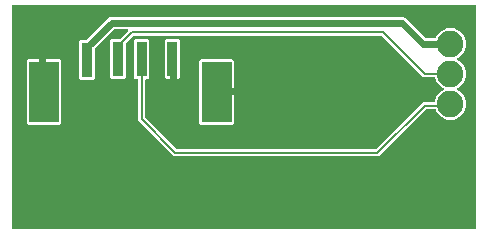
<source format=gtl>
G04 EAGLE Gerber RS-274X export*
G75*
%MOMM*%
%FSLAX34Y34*%
%LPD*%
%INTop Copper*%
%IPPOS*%
%AMOC8*
5,1,8,0,0,1.08239X$1,22.5*%
G01*
%ADD10R,0.900000X3.000000*%
%ADD11R,2.500000X5.150000*%
%ADD12C,0.609600*%
%ADD13C,0.756400*%
%ADD14C,2.250000*%
%ADD15C,0.203200*%

G36*
X400683Y8171D02*
X400683Y8171D01*
X400747Y8170D01*
X400822Y8191D01*
X400898Y8202D01*
X400957Y8228D01*
X401019Y8245D01*
X401085Y8286D01*
X401155Y8318D01*
X401204Y8360D01*
X401259Y8394D01*
X401311Y8451D01*
X401370Y8501D01*
X401405Y8555D01*
X401448Y8603D01*
X401482Y8673D01*
X401524Y8737D01*
X401543Y8799D01*
X401571Y8857D01*
X401582Y8926D01*
X401607Y9007D01*
X401608Y9092D01*
X401619Y9161D01*
X401619Y197161D01*
X401609Y197225D01*
X401610Y197289D01*
X401590Y197364D01*
X401579Y197440D01*
X401552Y197499D01*
X401535Y197561D01*
X401494Y197627D01*
X401462Y197697D01*
X401421Y197746D01*
X401387Y197801D01*
X401329Y197853D01*
X401279Y197912D01*
X401225Y197947D01*
X401178Y197990D01*
X401108Y198024D01*
X401043Y198066D01*
X400982Y198085D01*
X400924Y198113D01*
X400854Y198124D01*
X400773Y198149D01*
X400689Y198150D01*
X400619Y198161D01*
X9385Y198161D01*
X9322Y198151D01*
X9257Y198152D01*
X9183Y198132D01*
X9106Y198121D01*
X9048Y198094D01*
X8986Y198077D01*
X8920Y198036D01*
X8849Y198004D01*
X8800Y197963D01*
X8746Y197929D01*
X8694Y197871D01*
X8635Y197821D01*
X8600Y197767D01*
X8557Y197720D01*
X8523Y197650D01*
X8480Y197585D01*
X8462Y197524D01*
X8434Y197466D01*
X8423Y197396D01*
X8398Y197315D01*
X8397Y197231D01*
X8386Y197161D01*
X8386Y9161D01*
X8395Y9098D01*
X8394Y9033D01*
X8415Y8959D01*
X8426Y8882D01*
X8452Y8824D01*
X8469Y8762D01*
X8510Y8696D01*
X8542Y8625D01*
X8584Y8576D01*
X8618Y8522D01*
X8675Y8470D01*
X8725Y8411D01*
X8779Y8376D01*
X8827Y8333D01*
X8897Y8299D01*
X8961Y8256D01*
X9023Y8238D01*
X9081Y8210D01*
X9150Y8199D01*
X9231Y8174D01*
X9316Y8173D01*
X9385Y8162D01*
X400619Y8162D01*
X400683Y8171D01*
G37*
%LPC*%
G36*
X145737Y69951D02*
X145737Y69951D01*
X115393Y100296D01*
X115393Y134302D01*
X115384Y134366D01*
X115385Y134430D01*
X115364Y134505D01*
X115353Y134581D01*
X115327Y134640D01*
X115309Y134702D01*
X115269Y134768D01*
X115237Y134838D01*
X115195Y134887D01*
X115161Y134942D01*
X115104Y134994D01*
X115053Y135052D01*
X115000Y135088D01*
X114952Y135131D01*
X114882Y135164D01*
X114817Y135207D01*
X114756Y135226D01*
X114698Y135254D01*
X114629Y135265D01*
X114548Y135289D01*
X114463Y135290D01*
X114394Y135301D01*
X113218Y135301D01*
X112027Y136492D01*
X112027Y168176D01*
X113218Y169367D01*
X123902Y169367D01*
X125092Y168176D01*
X125092Y136492D01*
X123902Y135301D01*
X122490Y135301D01*
X122426Y135292D01*
X122362Y135293D01*
X122287Y135272D01*
X122210Y135261D01*
X122152Y135235D01*
X122090Y135218D01*
X122024Y135177D01*
X121953Y135145D01*
X121905Y135103D01*
X121850Y135070D01*
X121798Y135012D01*
X121739Y134962D01*
X121704Y134908D01*
X121661Y134860D01*
X121627Y134791D01*
X121585Y134726D01*
X121566Y134664D01*
X121538Y134607D01*
X121527Y134537D01*
X121502Y134456D01*
X121501Y134371D01*
X121490Y134302D01*
X121490Y103235D01*
X121504Y103140D01*
X121509Y103044D01*
X121524Y103001D01*
X121530Y102956D01*
X121570Y102868D01*
X121601Y102778D01*
X121626Y102743D01*
X121646Y102699D01*
X121730Y102602D01*
X121783Y102529D01*
X147970Y76341D01*
X148047Y76284D01*
X148118Y76219D01*
X148159Y76199D01*
X148196Y76172D01*
X148286Y76138D01*
X148372Y76096D01*
X148414Y76090D01*
X148460Y76073D01*
X148587Y76063D01*
X148677Y76049D01*
X316323Y76049D01*
X316418Y76062D01*
X316514Y76067D01*
X316558Y76082D01*
X316602Y76089D01*
X316690Y76128D01*
X316781Y76160D01*
X316815Y76185D01*
X316859Y76205D01*
X316957Y76288D01*
X317030Y76341D01*
X356737Y116049D01*
X365646Y116049D01*
X365709Y116058D01*
X365774Y116057D01*
X365848Y116078D01*
X365925Y116089D01*
X365983Y116115D01*
X366046Y116132D01*
X366112Y116173D01*
X366182Y116205D01*
X366231Y116247D01*
X366285Y116280D01*
X366337Y116338D01*
X366396Y116388D01*
X366431Y116442D01*
X366475Y116490D01*
X366508Y116559D01*
X366551Y116624D01*
X366570Y116686D01*
X366598Y116743D01*
X366608Y116813D01*
X366633Y116894D01*
X366634Y116941D01*
X368667Y121851D01*
X372404Y125587D01*
X373714Y126130D01*
X373742Y126146D01*
X373772Y126156D01*
X373863Y126218D01*
X373957Y126274D01*
X373979Y126297D01*
X374005Y126315D01*
X374075Y126400D01*
X374150Y126479D01*
X374164Y126508D01*
X374185Y126533D01*
X374228Y126633D01*
X374277Y126731D01*
X374283Y126762D01*
X374296Y126792D01*
X374310Y126900D01*
X374330Y127008D01*
X374327Y127040D01*
X374331Y127072D01*
X374313Y127180D01*
X374303Y127289D01*
X374291Y127318D01*
X374286Y127350D01*
X374239Y127449D01*
X374198Y127551D01*
X374178Y127576D01*
X374165Y127605D01*
X374092Y127687D01*
X374025Y127773D01*
X373999Y127792D01*
X373977Y127816D01*
X373900Y127863D01*
X373796Y127938D01*
X373750Y127954D01*
X373714Y127976D01*
X372404Y128519D01*
X368667Y132255D01*
X366978Y136334D01*
X366973Y136343D01*
X366970Y136352D01*
X366901Y136464D01*
X366834Y136577D01*
X366827Y136584D01*
X366822Y136592D01*
X366724Y136680D01*
X366628Y136770D01*
X366620Y136774D01*
X366613Y136781D01*
X366494Y136838D01*
X366377Y136898D01*
X366368Y136900D01*
X366359Y136904D01*
X366283Y136916D01*
X366100Y136950D01*
X366076Y136948D01*
X366055Y136951D01*
X356737Y136951D01*
X322030Y171659D01*
X321953Y171716D01*
X321882Y171781D01*
X321841Y171801D01*
X321804Y171828D01*
X321714Y171862D01*
X321628Y171904D01*
X321586Y171910D01*
X321540Y171927D01*
X321413Y171937D01*
X321323Y171951D01*
X111677Y171951D01*
X111582Y171938D01*
X111486Y171933D01*
X111442Y171918D01*
X111398Y171911D01*
X111310Y171872D01*
X111219Y171840D01*
X111185Y171815D01*
X111141Y171795D01*
X111043Y171712D01*
X110970Y171659D01*
X105385Y166073D01*
X105327Y165997D01*
X105263Y165925D01*
X105243Y165884D01*
X105216Y165848D01*
X105182Y165758D01*
X105140Y165671D01*
X105133Y165629D01*
X105116Y165584D01*
X105106Y165456D01*
X105092Y165367D01*
X105092Y136492D01*
X103902Y135301D01*
X93218Y135301D01*
X92027Y136492D01*
X92027Y168176D01*
X93218Y169367D01*
X99641Y169367D01*
X99736Y169380D01*
X99832Y169385D01*
X99875Y169400D01*
X99920Y169407D01*
X100008Y169446D01*
X100099Y169478D01*
X100133Y169503D01*
X100177Y169523D01*
X100275Y169606D01*
X100348Y169659D01*
X106902Y176213D01*
X106921Y176239D01*
X106946Y176260D01*
X107006Y176352D01*
X107071Y176439D01*
X107083Y176469D01*
X107100Y176496D01*
X107132Y176601D01*
X107171Y176703D01*
X107173Y176735D01*
X107183Y176766D01*
X107184Y176875D01*
X107193Y176984D01*
X107186Y177016D01*
X107186Y177048D01*
X107157Y177153D01*
X107135Y177260D01*
X107120Y177289D01*
X107111Y177320D01*
X107054Y177413D01*
X107002Y177509D01*
X106980Y177532D01*
X106963Y177560D01*
X106882Y177633D01*
X106806Y177711D01*
X106778Y177727D01*
X106754Y177749D01*
X106655Y177796D01*
X106560Y177850D01*
X106529Y177858D01*
X106500Y177872D01*
X106411Y177886D01*
X106286Y177915D01*
X106237Y177913D01*
X106195Y177919D01*
X95518Y177919D01*
X95423Y177906D01*
X95327Y177901D01*
X95284Y177886D01*
X95239Y177879D01*
X95152Y177840D01*
X95061Y177808D01*
X95026Y177783D01*
X94982Y177763D01*
X94885Y177680D01*
X94812Y177627D01*
X79137Y161951D01*
X79079Y161875D01*
X79014Y161803D01*
X78995Y161762D01*
X78967Y161726D01*
X78933Y161636D01*
X78891Y161549D01*
X78885Y161507D01*
X78868Y161462D01*
X78858Y161334D01*
X78844Y161245D01*
X78844Y135882D01*
X77653Y134692D01*
X66969Y134692D01*
X65778Y135882D01*
X65778Y167566D01*
X66969Y168757D01*
X71158Y168757D01*
X71253Y168771D01*
X71349Y168776D01*
X71392Y168791D01*
X71437Y168797D01*
X71525Y168836D01*
X71616Y168868D01*
X71650Y168893D01*
X71694Y168913D01*
X71791Y168996D01*
X71865Y169050D01*
X90122Y187307D01*
X91989Y188081D01*
X340011Y188081D01*
X341878Y187307D01*
X358812Y170373D01*
X358889Y170316D01*
X358960Y170251D01*
X359001Y170231D01*
X359037Y170204D01*
X359127Y170170D01*
X359214Y170128D01*
X359256Y170122D01*
X359301Y170105D01*
X359429Y170095D01*
X359518Y170081D01*
X366902Y170081D01*
X366912Y170082D01*
X366921Y170081D01*
X367051Y170102D01*
X367182Y170121D01*
X367190Y170124D01*
X367200Y170126D01*
X367319Y170183D01*
X367438Y170237D01*
X367446Y170243D01*
X367454Y170247D01*
X367553Y170335D01*
X367653Y170420D01*
X367658Y170428D01*
X367665Y170434D01*
X367705Y170500D01*
X367807Y170656D01*
X367814Y170679D01*
X367826Y170698D01*
X368667Y172730D01*
X372404Y176466D01*
X377286Y178488D01*
X382570Y178488D01*
X387452Y176466D01*
X391188Y172730D01*
X393211Y167848D01*
X393211Y162564D01*
X391188Y157682D01*
X387452Y153945D01*
X386174Y153416D01*
X386146Y153399D01*
X386116Y153389D01*
X386025Y153328D01*
X385931Y153272D01*
X385909Y153249D01*
X385883Y153231D01*
X385813Y153146D01*
X385738Y153067D01*
X385724Y153038D01*
X385703Y153013D01*
X385660Y152913D01*
X385611Y152815D01*
X385605Y152783D01*
X385592Y152754D01*
X385578Y152645D01*
X385558Y152538D01*
X385561Y152506D01*
X385557Y152474D01*
X385575Y152366D01*
X385585Y152257D01*
X385597Y152227D01*
X385602Y152195D01*
X385649Y152097D01*
X385690Y151995D01*
X385709Y151970D01*
X385723Y151941D01*
X385796Y151859D01*
X385863Y151773D01*
X385889Y151754D01*
X385911Y151730D01*
X385988Y151683D01*
X386092Y151608D01*
X386138Y151592D01*
X386174Y151569D01*
X387452Y151040D01*
X391188Y147304D01*
X393211Y142422D01*
X393211Y137137D01*
X391188Y132255D01*
X387452Y128519D01*
X386142Y127976D01*
X386114Y127960D01*
X386083Y127950D01*
X385993Y127888D01*
X385899Y127833D01*
X385877Y127809D01*
X385850Y127791D01*
X385781Y127707D01*
X385706Y127627D01*
X385691Y127598D01*
X385671Y127573D01*
X385628Y127473D01*
X385578Y127376D01*
X385572Y127344D01*
X385559Y127314D01*
X385546Y127206D01*
X385526Y127098D01*
X385529Y127066D01*
X385525Y127034D01*
X385542Y126927D01*
X385553Y126818D01*
X385565Y126788D01*
X385570Y126756D01*
X385617Y126657D01*
X385657Y126556D01*
X385677Y126530D01*
X385691Y126501D01*
X385764Y126419D01*
X385831Y126333D01*
X385857Y126315D01*
X385878Y126290D01*
X385956Y126243D01*
X386060Y126168D01*
X386105Y126152D01*
X386142Y126130D01*
X387452Y125587D01*
X391188Y121851D01*
X393211Y116969D01*
X393211Y111685D01*
X391188Y106803D01*
X387452Y103066D01*
X382570Y101044D01*
X377286Y101044D01*
X372404Y103066D01*
X368667Y106803D01*
X367619Y109334D01*
X367614Y109343D01*
X367611Y109352D01*
X367542Y109464D01*
X367475Y109577D01*
X367468Y109584D01*
X367463Y109592D01*
X367365Y109680D01*
X367269Y109770D01*
X367261Y109774D01*
X367254Y109781D01*
X367135Y109838D01*
X367018Y109898D01*
X367008Y109900D01*
X367000Y109904D01*
X366924Y109916D01*
X366741Y109950D01*
X366717Y109948D01*
X366695Y109951D01*
X359677Y109951D01*
X359582Y109938D01*
X359486Y109933D01*
X359442Y109918D01*
X359398Y109911D01*
X359310Y109872D01*
X359219Y109840D01*
X359185Y109815D01*
X359141Y109795D01*
X359043Y109712D01*
X358970Y109659D01*
X319263Y69951D01*
X145737Y69951D01*
G37*
%LPD*%
%LPC*%
G36*
X22302Y96712D02*
X22302Y96712D01*
X21111Y97903D01*
X21111Y151087D01*
X22302Y152278D01*
X48986Y152278D01*
X50177Y151087D01*
X50177Y97903D01*
X48986Y96712D01*
X22302Y96712D01*
G37*
%LPD*%
%LPC*%
G36*
X168519Y96645D02*
X168519Y96645D01*
X167328Y97836D01*
X167328Y151020D01*
X168519Y152211D01*
X195203Y152211D01*
X196394Y151020D01*
X196394Y97836D01*
X195203Y96645D01*
X168519Y96645D01*
G37*
%LPD*%
%LPC*%
G36*
X139161Y135606D02*
X139161Y135606D01*
X137971Y136797D01*
X137971Y168481D01*
X139161Y169671D01*
X149845Y169671D01*
X151036Y168481D01*
X151036Y136797D01*
X149845Y135606D01*
X139161Y135606D01*
G37*
%LPD*%
D10*
X118560Y152334D03*
X98560Y152334D03*
X144503Y152639D03*
X72311Y151724D03*
D11*
X35644Y124495D03*
X181861Y124428D03*
D12*
X34209Y139546D02*
X34209Y157546D01*
D13*
X49000Y173000D03*
X155000Y116000D03*
D12*
X144678Y131613D02*
X144678Y153613D01*
X182454Y125209D02*
X200454Y125209D01*
D13*
X218000Y154000D03*
D14*
X379928Y63545D03*
X379928Y88979D03*
X379928Y165206D03*
X379928Y139780D03*
X379928Y114327D03*
D12*
X380000Y165000D02*
X357000Y165000D01*
X339000Y183000D01*
X93000Y183000D01*
X74000Y164000D01*
D15*
X358000Y140000D02*
X381000Y140000D01*
X358000Y140000D02*
X323000Y175000D01*
X110000Y175000D01*
X101000Y166000D01*
X358000Y113000D02*
X380000Y113000D01*
X358000Y113000D02*
X318000Y73000D01*
X147000Y73000D01*
X118442Y101558D01*
X118442Y141812D01*
M02*

</source>
